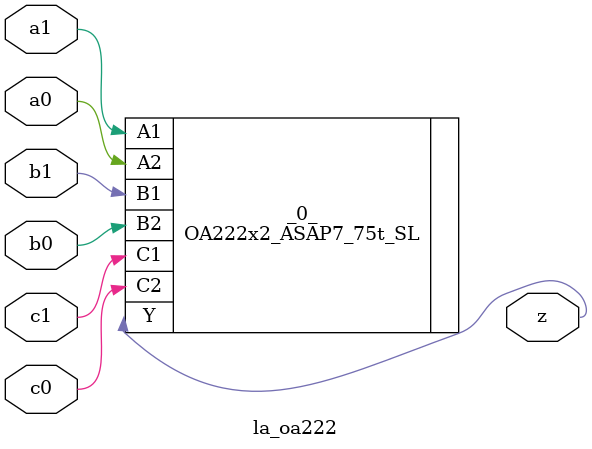
<source format=v>
/* Generated by Yosys 0.37 (git sha1 a5c7f69ed, clang 14.0.0-1ubuntu1.1 -fPIC -Os) */

module la_oa222(a0, a1, b0, b1, c0, c1, z);
  input a0;
  wire a0;
  input a1;
  wire a1;
  input b0;
  wire b0;
  input b1;
  wire b1;
  input c0;
  wire c0;
  input c1;
  wire c1;
  output z;
  wire z;
  OA222x2_ASAP7_75t_SL _0_ (
    .A1(a1),
    .A2(a0),
    .B1(b1),
    .B2(b0),
    .C1(c1),
    .C2(c0),
    .Y(z)
  );
endmodule

</source>
